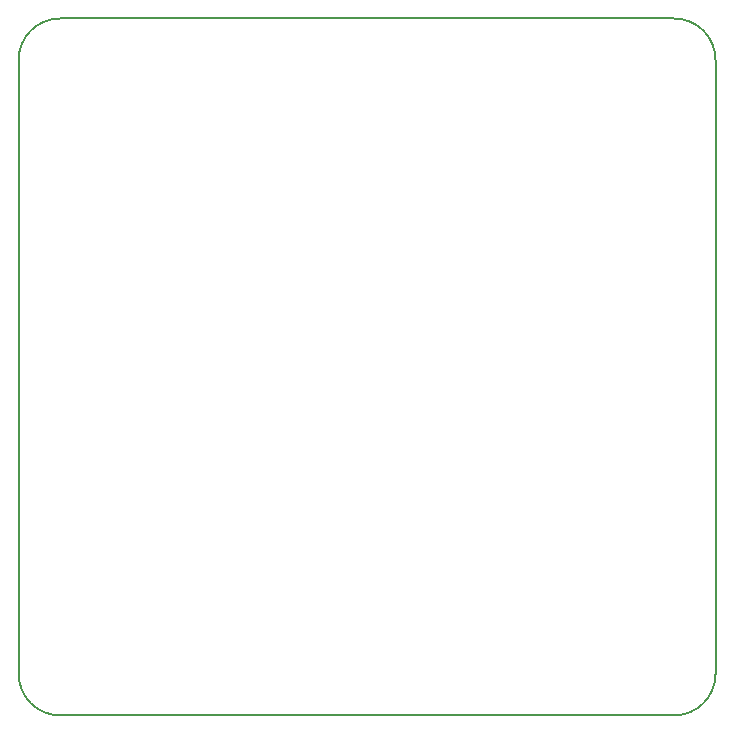
<source format=gko>
G04 Layer_Color=16711935*
%FSLAX43Y43*%
%MOMM*%
G71*
G01*
G75*
%ADD25C,0.200*%
D25*
X59000Y55475D02*
G03*
X55500Y58975I-3500J0D01*
G01*
X3500Y58975D02*
G03*
X0Y55475I0J-3500D01*
G01*
X55500Y-25D02*
G03*
X59000Y3475I0J3500D01*
G01*
X0D02*
G03*
X3500Y-25I3500J0D01*
G01*
X59000Y3475D02*
Y55475D01*
X3500Y-25D02*
X55500D01*
X0Y3475D02*
Y55475D01*
X3500Y58975D02*
X55500D01*
M02*

</source>
